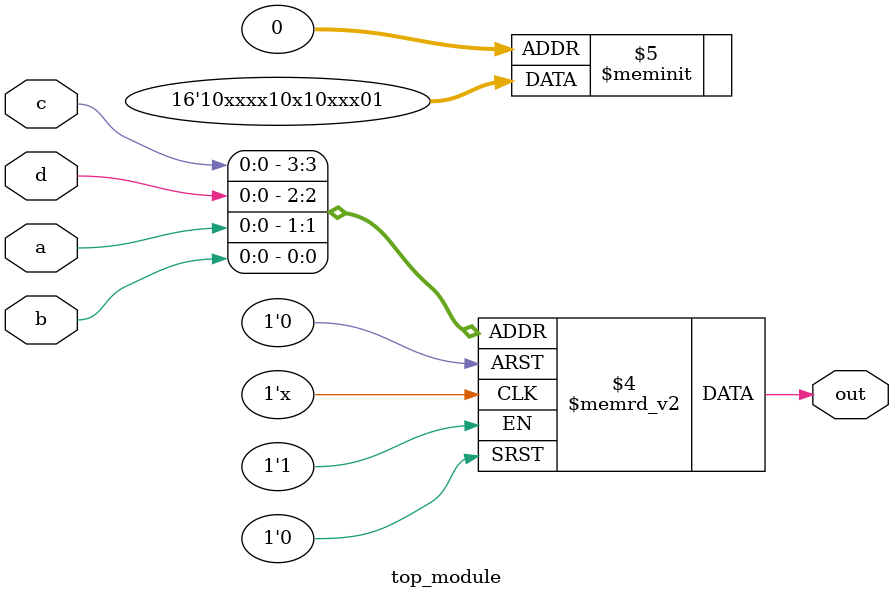
<source format=sv>
module top_module (
    input a,
    input b,
    input c,
    input d,
    output reg out
);

always @(*) begin
    case ({c, d, a, b})
        4'b0000, 4'b0110, 4'b1001, 4'b1111: out = 1'b1;
        4'b0001, 4'b0101, 4'b1000, 4'b1110: out = 1'b0;
        default: out = 1'bx;
    endcase
end

endmodule

</source>
